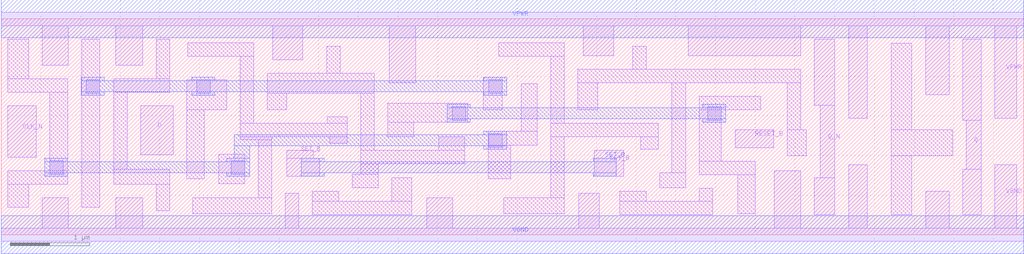
<source format=lef>
# Copyright 2020 The SkyWater PDK Authors
#
# Licensed under the Apache License, Version 2.0 (the "License");
# you may not use this file except in compliance with the License.
# You may obtain a copy of the License at
#
#     https://www.apache.org/licenses/LICENSE-2.0
#
# Unless required by applicable law or agreed to in writing, software
# distributed under the License is distributed on an "AS IS" BASIS,
# WITHOUT WARRANTIES OR CONDITIONS OF ANY KIND, either express or implied.
# See the License for the specific language governing permissions and
# limitations under the License.
#
# SPDX-License-Identifier: Apache-2.0

VERSION 5.5 ;
NAMESCASESENSITIVE ON ;
BUSBITCHARS "[]" ;
DIVIDERCHAR "/" ;
MACRO sky130_fd_sc_hd__dfbbn_2
  CLASS CORE ;
  SOURCE USER ;
  ORIGIN  0.000000  0.000000 ;
  SIZE  12.88000 BY  2.720000 ;
  SYMMETRY X Y R90 ;
  SITE unithd ;
  PIN D
    ANTENNAGATEAREA  0.126000 ;
    DIRECTION INPUT ;
    USE SIGNAL ;
    PORT
      LAYER li1 ;
        RECT 1.760000 1.005000 2.170000 1.625000 ;
    END
  END D
  PIN Q
    ANTENNADIFFAREA  0.445500 ;
    DIRECTION OUTPUT ;
    USE SIGNAL ;
    PORT
      LAYER li1 ;
        RECT 12.115000 0.255000 12.345000 0.825000 ;
        RECT 12.115000 1.445000 12.345000 2.465000 ;
        RECT 12.160000 0.825000 12.345000 1.445000 ;
    END
  END Q
  PIN Q_N
    ANTENNADIFFAREA  0.445500 ;
    DIRECTION OUTPUT ;
    USE SIGNAL ;
    PORT
      LAYER li1 ;
        RECT 10.240000 0.255000 10.500000 0.715000 ;
        RECT 10.240000 1.630000 10.500000 2.465000 ;
        RECT 10.320000 0.715000 10.500000 1.630000 ;
    END
  END Q_N
  PIN RESET_B
    ANTENNAGATEAREA  0.159000 ;
    DIRECTION INPUT ;
    USE SIGNAL ;
    PORT
      LAYER li1 ;
        RECT 9.250000 1.095000 9.730000 1.325000 ;
    END
  END RESET_B
  PIN SET_B
    ANTENNAGATEAREA  0.252000 ;
    DIRECTION INPUT ;
    USE SIGNAL ;
    PORT
      LAYER li1 ;
        RECT 3.600000 0.735000 4.010000 0.965000 ;
        RECT 3.600000 0.965000 3.930000 1.065000 ;
    END
    PORT
      LAYER li1 ;
        RECT 7.470000 0.735000 7.845000 1.065000 ;
    END
    PORT
      LAYER met1 ;
        RECT 3.780000 0.735000 4.070000 0.780000 ;
        RECT 3.780000 0.780000 7.750000 0.920000 ;
        RECT 3.780000 0.920000 4.070000 0.965000 ;
        RECT 7.460000 0.735000 7.750000 0.780000 ;
        RECT 7.460000 0.920000 7.750000 0.965000 ;
    END
  END SET_B
  PIN CLK_N
    ANTENNAGATEAREA  0.159000 ;
    DIRECTION INPUT ;
    USE CLOCK ;
    PORT
      LAYER li1 ;
        RECT 0.085000 0.975000 0.440000 1.625000 ;
    END
  END CLK_N
  PIN VGND
    DIRECTION INOUT ;
    SHAPE ABUTMENT ;
    USE GROUND ;
    PORT
      LAYER li1 ;
        RECT  0.000000 -0.085000 12.880000 0.085000 ;
        RECT  0.515000  0.085000  0.845000 0.465000 ;
        RECT  1.445000  0.085000  1.785000 0.465000 ;
        RECT  3.580000  0.085000  3.750000 0.525000 ;
        RECT  5.360000  0.085000  5.690000 0.465000 ;
        RECT  7.275000  0.085000  7.535000 0.525000 ;
        RECT  9.740000  0.085000 10.070000 0.805000 ;
        RECT 10.680000  0.085000 10.910000 0.885000 ;
        RECT 11.650000  0.085000 11.945000 0.545000 ;
        RECT 12.515000  0.085000 12.795000 0.885000 ;
    END
    PORT
      LAYER met1 ;
        RECT 0.000000 -0.240000 12.880000 0.240000 ;
    END
  END VGND
  PIN VPWR
    DIRECTION INOUT ;
    SHAPE ABUTMENT ;
    USE POWER ;
    PORT
      LAYER li1 ;
        RECT  0.000000 2.635000 12.880000 2.805000 ;
        RECT  0.515000 2.135000  0.845000 2.635000 ;
        RECT  1.445000 2.135000  1.785000 2.635000 ;
        RECT  3.420000 2.205000  3.800000 2.635000 ;
        RECT  4.890000 1.915000  5.220000 2.635000 ;
        RECT  7.335000 2.255000  7.715000 2.635000 ;
        RECT  8.655000 2.255000 10.070000 2.635000 ;
        RECT 10.680000 1.465000 10.910000 2.635000 ;
        RECT 11.650000 1.765000 11.945000 2.635000 ;
        RECT 12.515000 1.465000 12.795000 2.635000 ;
    END
    PORT
      LAYER met1 ;
        RECT 0.000000 2.480000 12.880000 2.960000 ;
    END
  END VPWR
  OBS
    LAYER li1 ;
      RECT  0.085000 0.345000  0.345000 0.635000 ;
      RECT  0.085000 0.635000  0.840000 0.805000 ;
      RECT  0.085000 1.795000  0.840000 1.965000 ;
      RECT  0.085000 1.965000  0.345000 2.465000 ;
      RECT  0.610000 0.805000  0.840000 1.795000 ;
      RECT  1.015000 0.345000  1.240000 2.465000 ;
      RECT  1.420000 0.635000  2.125000 0.825000 ;
      RECT  1.420000 0.825000  1.590000 1.795000 ;
      RECT  1.420000 1.795000  2.125000 1.965000 ;
      RECT  1.955000 0.305000  2.125000 0.635000 ;
      RECT  1.955000 1.965000  2.125000 2.465000 ;
      RECT  2.340000 0.705000  2.560000 1.575000 ;
      RECT  2.340000 1.575000  2.840000 1.955000 ;
      RECT  2.350000 2.250000  3.180000 2.420000 ;
      RECT  2.415000 0.265000  3.410000 0.465000 ;
      RECT  2.740000 0.645000  3.070000 1.015000 ;
      RECT  3.010000 1.195000  3.410000 1.235000 ;
      RECT  3.010000 1.235000  4.360000 1.405000 ;
      RECT  3.010000 1.405000  3.180000 2.250000 ;
      RECT  3.240000 0.465000  3.410000 1.195000 ;
      RECT  3.350000 1.575000  3.600000 1.785000 ;
      RECT  3.350000 1.785000  4.700000 2.035000 ;
      RECT  3.920000 0.255000  5.170000 0.425000 ;
      RECT  3.920000 0.425000  4.250000 0.545000 ;
      RECT  4.100000 2.035000  4.270000 2.375000 ;
      RECT  4.110000 1.405000  4.360000 1.485000 ;
      RECT  4.140000 1.155000  4.360000 1.235000 ;
      RECT  4.420000 0.595000  4.750000 0.765000 ;
      RECT  4.530000 0.765000  4.750000 0.895000 ;
      RECT  4.530000 0.895000  5.840000 1.065000 ;
      RECT  4.530000 1.065000  4.700000 1.785000 ;
      RECT  4.870000 1.235000  5.200000 1.415000 ;
      RECT  4.870000 1.415000  5.875000 1.655000 ;
      RECT  4.920000 0.425000  5.170000 0.715000 ;
      RECT  5.510000 1.065000  5.840000 1.235000 ;
      RECT  6.075000 1.575000  6.310000 1.985000 ;
      RECT  6.135000 0.705000  6.420000 1.125000 ;
      RECT  6.135000 1.125000  6.755000 1.305000 ;
      RECT  6.265000 2.250000  7.095000 2.420000 ;
      RECT  6.330000 0.265000  7.095000 0.465000 ;
      RECT  6.550000 1.305000  6.755000 1.905000 ;
      RECT  6.925000 0.465000  7.095000 1.235000 ;
      RECT  6.925000 1.235000  8.275000 1.405000 ;
      RECT  6.925000 1.405000  7.095000 2.250000 ;
      RECT  7.265000 1.575000  7.515000 1.915000 ;
      RECT  7.265000 1.915000 10.070000 2.085000 ;
      RECT  7.795000 0.255000  8.965000 0.425000 ;
      RECT  7.795000 0.425000  8.125000 0.545000 ;
      RECT  7.955000 2.085000  8.125000 2.375000 ;
      RECT  8.055000 1.075000  8.275000 1.235000 ;
      RECT  8.295000 0.595000  8.625000 0.780000 ;
      RECT  8.445000 0.780000  8.625000 1.915000 ;
      RECT  8.795000 0.425000  8.965000 0.585000 ;
      RECT  8.795000 0.755000  9.500000 0.925000 ;
      RECT  8.795000 0.925000  9.070000 1.575000 ;
      RECT  8.795000 1.575000  9.570000 1.745000 ;
      RECT  9.280000 0.265000  9.500000 0.755000 ;
      RECT  9.900000 0.995000 10.140000 1.325000 ;
      RECT  9.900000 1.325000 10.070000 1.915000 ;
      RECT 11.215000 0.255000 11.470000 0.995000 ;
      RECT 11.215000 0.995000 11.990000 1.325000 ;
      RECT 11.215000 1.325000 11.470000 2.415000 ;
    LAYER mcon ;
      RECT 0.610000 0.765000 0.780000 0.935000 ;
      RECT 1.070000 1.785000 1.240000 1.955000 ;
      RECT 2.460000 1.785000 2.630000 1.955000 ;
      RECT 2.900000 0.765000 3.070000 0.935000 ;
      RECT 5.680000 1.445000 5.850000 1.615000 ;
      RECT 6.140000 1.105000 6.310000 1.275000 ;
      RECT 6.140000 1.785000 6.310000 1.955000 ;
      RECT 8.900000 1.445000 9.070000 1.615000 ;
    LAYER met1 ;
      RECT 0.550000 0.735000 0.840000 0.780000 ;
      RECT 0.550000 0.780000 3.130000 0.920000 ;
      RECT 0.550000 0.920000 0.840000 0.965000 ;
      RECT 1.010000 1.755000 1.300000 1.800000 ;
      RECT 1.010000 1.800000 6.370000 1.940000 ;
      RECT 1.010000 1.940000 1.300000 1.985000 ;
      RECT 2.400000 1.755000 2.690000 1.800000 ;
      RECT 2.400000 1.940000 2.690000 1.985000 ;
      RECT 2.840000 0.735000 3.130000 0.780000 ;
      RECT 2.840000 0.920000 3.130000 0.965000 ;
      RECT 2.935000 0.965000 3.130000 1.120000 ;
      RECT 2.935000 1.120000 6.370000 1.260000 ;
      RECT 5.620000 1.415000 5.910000 1.460000 ;
      RECT 5.620000 1.460000 9.130000 1.600000 ;
      RECT 5.620000 1.600000 5.910000 1.645000 ;
      RECT 6.080000 1.075000 6.370000 1.120000 ;
      RECT 6.080000 1.260000 6.370000 1.305000 ;
      RECT 6.080000 1.755000 6.370000 1.800000 ;
      RECT 6.080000 1.940000 6.370000 1.985000 ;
      RECT 8.840000 1.415000 9.130000 1.460000 ;
      RECT 8.840000 1.600000 9.130000 1.645000 ;
  END
END sky130_fd_sc_hd__dfbbn_2

</source>
